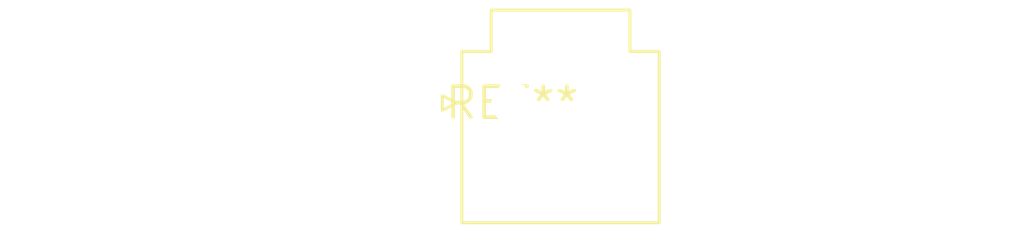
<source format=kicad_pcb>
(kicad_pcb (version 20240108) (generator pcbnew)
  (layers (0 "F.Cu" signal) (31 "B.Cu" signal) (34 "B.Paste" user) (35 "F.Paste" user) (36 "B.SilkS" user "B.Silkscreen") (37 "F.SilkS" user "F.Silkscreen") (38 "B.Mask" user) (39 "F.Mask" user) (44 "Edge.Cuts" user))
  (net 0 "")
  (footprint "JST_VH_B2P-VH-B_1x02_P3.96mm_Vertical" (layer "F.Cu") (at 0 0)
    (property "Reference" "REF**")
    (property "Value" "JST_VH_B2P-VH-B_1x02_P3.96mm_Vertical")
    (fp_line (start -2.86 -0.3) (end -2.26 0) (layer "F.SilkS") (stroke (width 0.12)))
    (fp_line (start -2.86 0.3) (end -2.86 -0.3) (layer "F.SilkS") (stroke (width 0.12)))
    (fp_line (start -2.26 0) (end -2.86 0.3) (layer "F.SilkS") (stroke (width 0.12)))
    (fp_line (start -2.06 -2.11) (end -0.86 -2.11) (layer "F.SilkS") (stroke (width 0.12)))
    (fp_line (start -2.06 4.91) (end -2.06 -2.11) (layer "F.SilkS") (stroke (width 0.12)))
    (fp_line (start -0.86 -3.81) (end 4.82 -3.81) (layer "F.SilkS") (stroke (width 0.12)))
    (fp_line (start -0.86 -2.11) (end -0.86 -3.81) (layer "F.SilkS") (stroke (width 0.12)))
    (fp_line (start 4.82 -3.81) (end 4.82 -2.11) (layer "F.SilkS") (stroke (width 0.12)))
    (fp_line (start 4.82 -2.11) (end 6.02 -2.11) (layer "F.SilkS") (stroke (width 0.12)))
    (fp_line (start 6.02 -2.11) (end 6.02 4.91) (layer "F.SilkS") (stroke (width 0.12)))
    (fp_line (start 6.02 4.91) (end -2.06 4.91) (layer "F.SilkS") (stroke (width 0.12)))
    (pad "1" thru_hole roundrect (at 0 0) (size 2.7 2.7) (drill 1.7) (layers *.Cu *.Mask) (remove_unused_layers) (roundrect_rratio 0.092593))
    (pad "2" thru_hole circle (at 3.96 0) (size 2.7 2.7) (drill 1.7) (layers *.Cu *.Mask) (remove_unused_layers))
  )
)
</source>
